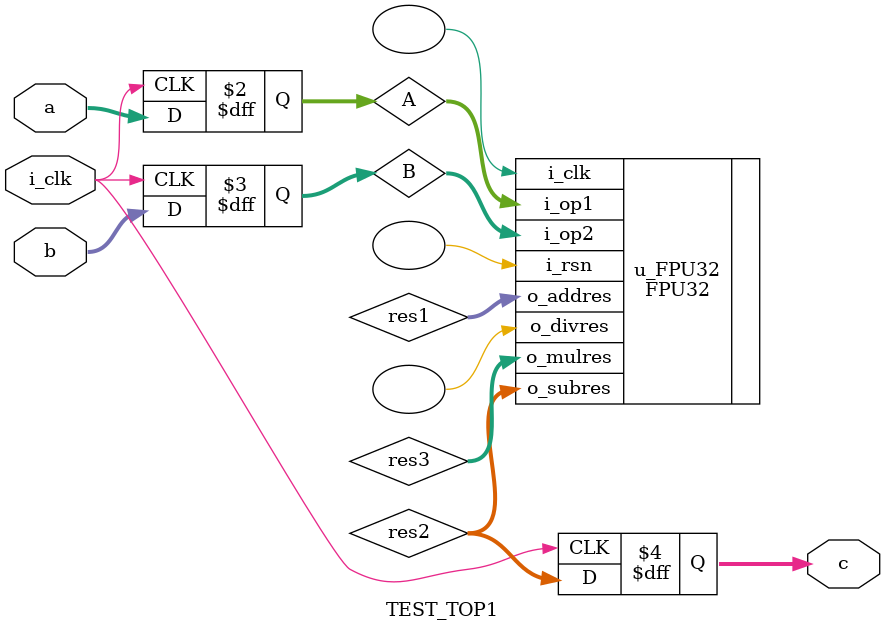
<source format=v>




`timescale 1ps/1ps
module TEST_TOP1(
    input wire i_clk,
    input wire[31:0] a,
    input wire[31:0] b,
    output reg[31:0] c
);


reg[31:0] A,B;


wire[31:0] res1;
wire[31:0] res2;
wire[31:0] res3;
wire[31:0] res4;
FPU32 u_FPU32(
    .i_clk    (     ),
    .i_rsn    (     ),
    .i_op1    ( A    ),
    .i_op2    ( B    ),
    .o_addres ( res1 ),
    .o_subres ( res2 ),
    .o_mulres ( res3 ),
    .o_divres (    )
);


always @(posedge i_clk) begin
    A <= a;
    B <= b;
    c <= res2;
end




endmodule






// //usart模块,使用rib总线传输数据
// //使用方法:
// //寄存器:usart_ctrl:0x000 控制寄存器
// //寄存器:tx_data:0x100 数据发送寄存器
// //寄存器:rx_data:0x200 数据接收寄存器

// module USART2RIB (
//     input wire i_clk,
//     input wire i_rstn,

//     //串口接口
//     input wire i_rx,
//     output wire o_tx,


//     //RIB接口
//     input wire[31:0] i_ribs_addr,//主地址线
//     input wire i_ribs_wrcs,//读写选择
//     input wire[3:0] i_ribs_mask, //掩码
//     input wire[31:0] i_ribs_wdata, //写数据
//     output reg[31:0] o_ribs_rdata,

//     input wire i_ribs_req, 
//     output wire o_ribs_gnt, 
//     output reg o_ribs_rsp, 
//     input wire i_ribs_rdy
// );


// reg[7:0] tx_buffer;


// wire rx_vld;
// wire[7:0] rx_data;
// wire rx_err;
// wire tx_rdy;
// reg tx_en;

// //控制状态寄存器
// //低3位分别是:串口读错误,串口读完成,串口发送完成
// wire[31:0] usart_ctrl = {29'd0,rx_err,rx_vld,tx_rdy};



// ///rib握手协议
// wire handshake_rdy = i_ribs_req;
// always @(posedge i_clk or negedge i_rstn) begin
//     if(~i_rstn)begin
//         tx_en <= 0;
//         o_ribs_rsp <= 0;
//     end
//     else begin
//         if(handshake_rdy)begin
//             case(i_ribs_addr[15:0])
//             16'h000:begin//读控制寄存器
//                 if(i_ribs_wrcs)begin//写无效

//                 end
//                 else begin//读
//                     o_ribs_rdata <= usart_ctrl;
//                 end
//             end
//             16'h100:begin//读写数据发送寄存器
//                 //发送数据
//                 if(i_ribs_wrcs)begin//写
//                     tx_buffer <= i_ribs_wdata[7:0];
//                     tx_en <= 1;
//                 end
//                 else begin//读
//                     o_ribs_rdata <= {24'b0,tx_buffer};
//                 end
//             end
//             16'h200:begin//读数据接受寄存器(只读)
//                 if(i_ribs_wrcs)begin//写无效
                    
//                 end
//                 else begin
//                     o_ribs_rdata <= {24'b0,rx_data};
//                 end
//             end
//             default:begin
//             end
//             endcase
//             o_ribs_rsp<=1;
//         end
//         else begin
//             tx_en <= 0;
//             o_ribs_rsp <= 0;
//         end
//     end
// end
// assign o_ribs_gnt = i_ribs_req;

// USART u_USART(
//     .clk         ( i_clk         ),
//     .rst_n       ( i_rstn       ),

//     .rx_vld      ( rx_vld      ),//o
//     .rx_data     ( rx_data     ),//o
//     .rx_err      ( rx_err      ),//o
//     .rxd         ( i_rx         ),//i


//     .tx_rdy      ( tx_rdy      ),//o
//     .tx_en       ( tx_en       ),//i
//     .tx_data     ( tx_buffer     ),//i
//     .txd         ( o_tx         )//o


// );
    
// endmodule
</source>
